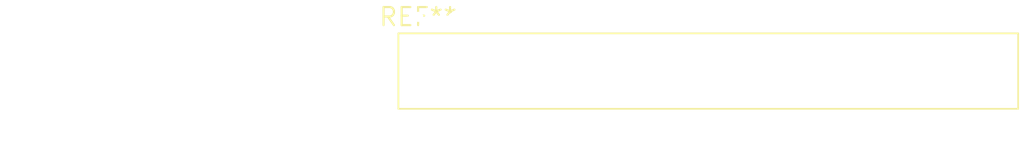
<source format=kicad_pcb>
(kicad_pcb (version 20240108) (generator pcbnew)
  (layers (0 "F.Cu" signal) (31 "B.Cu" signal) (34 "B.Paste" user) (35 "F.Paste" user) (36 "B.SilkS" user "B.Silkscreen") (37 "F.SilkS" user "F.Silkscreen") (38 "B.Mask" user) (39 "F.Mask" user) (44 "Edge.Cuts" user))
  (net 0 "")
  (footprint "Samtec_HLE-117-02-xx-DV-PE_2x17_P2.54mm_Horizontal" (layer "F.Cu") (at 0 0)
    (property "Reference" "REF**")
    (property "Value" "Samtec_HLE-117-02-xx-DV-PE_2x17_P2.54mm_Horizontal")
    (fp_line (start -1.38 1.16) (end 42.02 1.16) (layer "F.SilkS") (stroke (width 0.12)))
    (fp_line (start -1.38 6.46) (end -1.38 1.16) (layer "F.SilkS") (stroke (width 0.12)))
    (fp_line (start 42.02 1.16) (end 42.02 6.46) (layer "F.SilkS") (stroke (width 0.12)))
    (fp_line (start 42.02 6.46) (end -1.38 6.46) (layer "F.SilkS") (stroke (width 0.12)))
    (pad "" np_thru_hole circle (at 0 2.54) (size 1.4 1.4) (drill 1.4) (layers *.Cu *.Mask))
    (pad "" np_thru_hole circle (at 0 5.08) (size 1.4 1.4) (drill 1.4) (layers *.Cu *.Mask))
    (pad "" np_thru_hole circle (at 2.54 2.54) (size 1.4 1.4) (drill 1.4) (layers *.Cu *.Mask))
    (pad "" np_thru_hole circle (at 2.54 5.08) (size 1.4 1.4) (drill 1.4) (layers *.Cu *.Mask))
    (pad "" np_thru_hole circle (at 5.08 2.54) (size 1.4 1.4) (drill 1.4) (layers *.Cu *.Mask))
    (pad "" np_thru_hole circle (at 5.08 5.08) (size 1.4 1.4) (drill 1.4) (layers *.Cu *.Mask))
    (pad "" np_thru_hole circle (at 7.62 2.54) (size 1.4 1.4) (drill 1.4) (layers *.Cu *.Mask))
    (pad "" np_thru_hole circle (at 7.62 5.08) (size 1.4 1.4) (drill 1.4) (layers *.Cu *.Mask))
    (pad "" np_thru_hole circle (at 10.16 2.54) (size 1.4 1.4) (drill 1.4) (layers *.Cu *.Mask))
    (pad "" np_thru_hole circle (at 10.16 5.08) (size 1.4 1.4) (drill 1.4) (layers *.Cu *.Mask))
    (pad "" np_thru_hole circle (at 12.7 2.54) (size 1.4 1.4) (drill 1.4) (layers *.Cu *.Mask))
    (pad "" np_thru_hole circle (at 12.7 5.08) (size 1.4 1.4) (drill 1.4) (layers *.Cu *.Mask))
    (pad "" np_thru_hole circle (at 15.24 2.54) (size 1.4 1.4) (drill 1.4) (layers *.Cu *.Mask))
    (pad "" np_thru_hole circle (at 15.24 5.08) (size 1.4 1.4) (drill 1.4) (layers *.Cu *.Mask))
    (pad "" np_thru_hole circle (at 17.78 2.54) (size 1.4 1.4) (drill 1.4) (layers *.Cu *.Mask))
    (pad "" np_thru_hole circle (at 17.78 5.08) (size 1.4 1.4) (drill 1.4) (layers *.Cu *.Mask))
    (pad "" np_thru_hole circle (at 20.32 2.54) (size 1.4 1.4) (drill 1.4) (layers *.Cu *.Mask))
    (pad "" np_thru_hole circle (at 20.32 5.08) (size 1.4 1.4) (drill 1.4) (layers *.Cu *.Mask))
    (pad "" np_thru_hole circle (at 22.86 2.54) (size 1.4 1.4) (drill 1.4) (layers *.Cu *.Mask))
    (pad "" np_thru_hole circle (at 22.86 5.08) (size 1.4 1.4) (drill 1.4) (layers *.Cu *.Mask))
    (pad "" np_thru_hole circle (at 25.4 2.54) (size 1.4 1.4) (drill 1.4) (layers *.Cu *.Mask))
    (pad "" np_thru_hole circle (at 25.4 5.08) (size 1.4 1.4) (drill 1.4) (layers *.Cu *.Mask))
    (pad "" np_thru_hole circle (at 27.94 2.54) (size 1.4 1.4) (drill 1.4) (layers *.Cu *.Mask))
    (pad "" np_thru_hole circle (at 27.94 5.08) (size 1.4 1.4) (drill 1.4) (layers *.Cu *.Mask))
    (pad "" np_thru_hole circle (at 30.48 2.54) (size 1.4 1.4) (drill 1.4) (layers *.Cu *.Mask))
    (pad "" np_thru_hole circle (at 30.48 5.08) (size 1.4 1.4) (drill 1.4) (layers *.Cu *.Mask))
    (pad "" np_thru_hole circle (at 33.02 2.54) (size 1.4 1.4) (drill 1.4) (layers *.Cu *.Mask))
    (pad "" np_thru_hole circle (at 33.02 5.08) (size 1.4 1.4) (drill 1.4) (layers *.Cu *.Mask))
    (pad "" np_thru_hole circle (at 35.56 2.54) (size 1.4 1.4) (drill 1.4) (layers *.Cu *.Mask))
    (pad "" np_thru_hole circle (at 35.56 5.08) (size 1.4 1.4) (drill 1.4) (layers *.Cu *.Mask))
    (pad "" np_thru_hole circle (at 38.1 2.54) (size 1.4 1.4) (drill 1.4) (layers *.Cu *.Mask))
    (pad "" np_thru_hole circle (at 38.1 5.08) (size 1.4 1.4) (drill 1.4) (layers *.Cu *.Mask))
    (pad "" np_thru_hole circle (at 40.64 2.54) (size 1.4 1.4) (drill 1.4) (layers *.Cu *.Mask))
    (pad "" np_thru_hole circle (at 40.64 5.08) (size 1.4 1.4) (drill 1.4) (layers *.Cu *.Mask))
    (pad "1" thru_hole roundrect (at 0 0) (size 1.31 1.31) (drill 0.71) (layers *.Cu *.Mask) (remove_unused_layers) (roundrect_rratio 0.19084))
    (pad "2" thru_hole circle (at 0 7.62) (size 1.31 1.31) (drill 0.71) (layers *.Cu *.Mask) (remove_unused_layers))
    (pad "3" thru_hole circle (at 2.54 0) (size 1.31 1.31) (drill 0.71) (layers *.Cu *.Mask) (remove_unused_layers))
    (pad "4" thru_hole circle (at 2.54 7.62) (size 1.31 1.31) (drill 0.71) (layers *.Cu *.Mask) (remove_unused_layers))
    (pad "5" thru_hole circle (at 5.08 0) (size 1.31 1.31) (drill 0.71) (layers *.Cu *.Mask) (remove_unused_layers))
    (pad "6" thru_hole circle (at 5.08 7.62) (size 1.31 1.31) (drill 0.71) (layers *.Cu *.Mask) (remove_unused_layers))
    (pad "7" thru_hole circle (at 7.62 0) (size 1.31 1.31) (drill 0.71) (layers *.Cu *.Mask) (remove_unused_layers))
    (pad "8" thru_hole circle (at 7.62 7.62) (size 1.31 1.31) (drill 0.71) (layers *.Cu *.Mask) (remove_unused_layers))
    (pad "9" thru_hole circle (at 10.16 0) (size 1.31 1.31) (drill 0.71) (layers *.Cu *.Mask) (remove_unused_layers))
    (pad "10" thru_hole circle (at 10.16 7.62) (size 1.31 1.31) (drill 0.71) (layers *.Cu *.Mask) (remove_unused_layers))
    (pad "11" thru_hole circle (at 12.7 0) (size 1.31 1.31) (drill 0.71) (layers *.Cu *.Mask) (remove_unused_layers))
    (pad "12" thru_hole circle (at 12.7 7.62) (size 1.31 1.31) (drill 0.71) (layers *.Cu *.Mask) (remove_unused_layers))
    (pad "13" thru_hole circle (at 15.24 0) (size 1.31 1.31) (drill 0.71) (layers *.Cu *.Mask) (remove_unused_layers))
    (pad "14" thru_hole circle (at 15.24 7.62) (size 1.31 1.31) (drill 0.71) (layers *.Cu *.Mask) (remove_unused_layers))
    (pad "15" thru_hole circle (at 17.78 0) (size 1.31 1.31) (drill 0.71) (layers *.Cu *.Mask) (remove_unused_layers))
    (pad "16" thru_hole circle (at 17.78 7.62) (size 1.31 1.31) (drill 0.71) (layers *.Cu *.Mask) (remove_unused_layers))
    (pad "17" thru_hole circle (at 20.32 0) (size 1.31 1.31) (drill 0.71) (layers *.Cu *.Mask) (remove_unused_layers))
    (pad "18" thru_hole circle (at 20.32 7.62) (size 1.31 1.31) (drill 0.71) (layers *.Cu *.Mask) (remove_unused_layers))
    (pad "19" thru_hole circle (at 22.86 0) (size 1.31 1.31) (drill 0.71) (layers *.Cu *.Mask) (remove_unused_layers))
    (pad "20" thru_hole circle (at 22.86 7.62) (size 1.31 1.31) (drill 0.71) (layers *.Cu *.Mask) (remove_unused_layers))
    (pad "21" thru_hole circle (at 25.4 0) (size 1.31 1.31) (drill 0.71) (layers *.Cu *.Mask) (remove_unused_layers))
    (pad "22" thru_hole circle (at 25.4 7.62) (size 1.31 1.31) (drill 0.71) (layers *.Cu *.Mask) (remove_unused_layers))
    (pad "23" thru_hole circle (at 27.94 0) (size 1.31 1.31) (drill 0.71) (layers *.Cu *.Mask) (remove_unused_layers))
    (pad "24" thru_hole circle (at 27.94 7.62) (size 1.31 1.31) (drill 0.71) (layers *.Cu *.Mask) (remove_unused_layers))
    (pad "25" thru_hole circle (at 30.48 0) (size 1.31 1.31) (drill 0.71) (layers *.Cu *.Mask) (remove_unused_layers))
    (pad "26" thru_hole circle (at 30.48 7.62) (size 1.31 1.31) (drill 0.71) (layers *.Cu *.Mask) (remove_unused_layers))
    (pad "27" thru_hole circle (at 33.02 0) (size 1.31 1.31) (drill 0.71) (layers *.Cu *.Mask) (remove_unused_layers))
    (pad "28" thru_hole circle (at 33.02 7.62) (size 1.31 1.31) (drill 0.71) (layers *.Cu *.Mask) (remove_unused_layers))
    (pad "29" thru_hole circle (at 35.56 0) (size 1.31 1.31) (drill 0.71) (layers *.Cu *.Mask) (remove_unused_layers))
    (pad "30" thru_hole circle (at 35.56 7.62) (size 1.31 1.31) (drill 0.71) (layers *.Cu *.Mask) (remove_unused_layers))
    (pad "31" thru_hole circle (at 38.1 0) (size 1.31 1.31) (drill 0.71) (layers *.Cu *.Mask) (remove_unused_layers))
    (pad "32" thru_hole circle (at 38.1 7.62) (size 1.31 1.31) (drill 0.71) (layers *.Cu *.Mask) (remove_unused_layers))
    (pad "33" thru_hole circle (at 40.64 0) (size 1.31 1.31) (drill 0.71) (layers *.Cu *.Mask) (remove_unused_layers))
    (pad "34" thru_hole circle (at 40.64 7.62) (size 1.31 1.31) (drill 0.71) (layers *.Cu *.Mask) (remove_unused_layers))
  )
)
</source>
